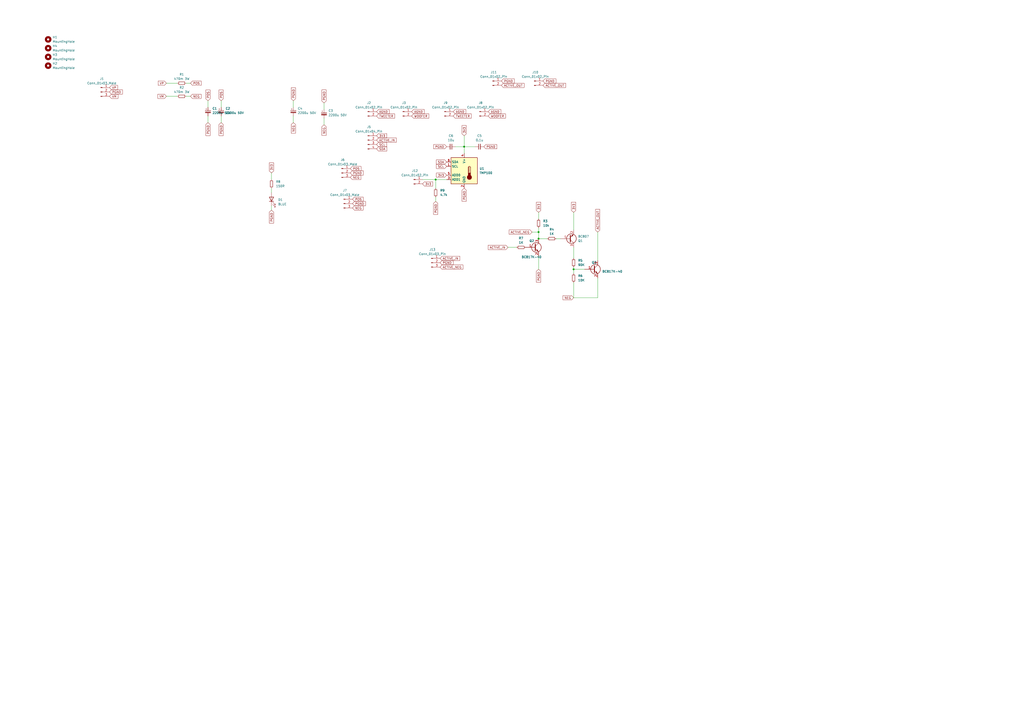
<source format=kicad_sch>
(kicad_sch (version 20231120) (generator "eeschema") (generator_version "8.0")
  (paper "A2")
  (lib_symbols
    (symbol "Connector:Conn_01x02_Pin" (pin_names (offset 1.016) hide)
      (property "Reference" "J" (at 0 2.54 0))
      (property "Value" "Conn_01x02_Pin" (at 0 -5.08 0))
      (symbol "Conn_01x02_Pin_1_1"
        (polyline (pts (xy 1.27 -2.54) (xy 0.8636 -2.54)) (stroke (width 0.1524)))
        (polyline (pts (xy 1.27 0) (xy 0.8636 0)) (stroke (width 0.1524)))
        (rectangle (start 0.8636 -2.413) (end 0 -2.667) (stroke (width 0.1524)) (fill (type outline)))
        (rectangle (start 0.8636 0.127) (end 0 -0.127) (stroke (width 0.1524)) (fill (type outline)))
        (pin passive line (at 5.08 0 180) (length 3.81) (name "Pin_1") (number "1"))
        (pin passive line (at 5.08 -2.54 180) (length 3.81) (name "Pin_2") (number "2"))
      )
    )
    (symbol "Connector:Conn_01x03_Male" (pin_names (offset 1.016) hide)
      (property "Reference" "J" (at 0 5.08 0))
      (property "Value" "Conn_01x03_Male" (at 0 -5.08 0))
      (symbol "Conn_01x03_Male_1_1"
        (polyline (pts (xy 1.27 -2.54) (xy 0.8636 -2.54)) (stroke (width 0.1524)))
        (polyline (pts (xy 1.27 0) (xy 0.8636 0)) (stroke (width 0.1524)))
        (polyline (pts (xy 1.27 2.54) (xy 0.8636 2.54)) (stroke (width 0.1524)))
        (rectangle (start 0.8636 -2.413) (end 0 -2.667) (stroke (width 0.1524)) (fill (type outline)))
        (rectangle (start 0.8636 0.127) (end 0 -0.127) (stroke (width 0.1524)) (fill (type outline)))
        (rectangle (start 0.8636 2.667) (end 0 2.413) (stroke (width 0.1524)) (fill (type outline)))
        (pin passive line (at 5.08 2.54 180) (length 3.81) (name "Pin_1") (number "1"))
        (pin passive line (at 5.08 0 180) (length 3.81) (name "Pin_2") (number "2"))
        (pin passive line (at 5.08 -2.54 180) (length 3.81) (name "Pin_3") (number "3"))
      )
    )
    (symbol "Connector:Conn_01x03_Pin" (pin_names (offset 1.016) hide)
      (property "Reference" "J" (at 0 5.08 0))
      (property "Value" "Conn_01x03_Pin" (at 0 -5.08 0))
      (symbol "Conn_01x03_Pin_1_1"
        (polyline (pts (xy 1.27 -2.54) (xy 0.8636 -2.54)) (stroke (width 0.1524)))
        (polyline (pts (xy 1.27 0) (xy 0.8636 0)) (stroke (width 0.1524)))
        (polyline (pts (xy 1.27 2.54) (xy 0.8636 2.54)) (stroke (width 0.1524)))
        (rectangle (start 0.8636 -2.413) (end 0 -2.667) (stroke (width 0.1524)) (fill (type outline)))
        (rectangle (start 0.8636 0.127) (end 0 -0.127) (stroke (width 0.1524)) (fill (type outline)))
        (rectangle (start 0.8636 2.667) (end 0 2.413) (stroke (width 0.1524)) (fill (type outline)))
        (pin passive line (at 5.08 2.54 180) (length 3.81) (name "Pin_1") (number "1"))
        (pin passive line (at 5.08 0 180) (length 3.81) (name "Pin_2") (number "2"))
        (pin passive line (at 5.08 -2.54 180) (length 3.81) (name "Pin_3") (number "3"))
      )
    )
    (symbol "Connector:Conn_01x04_Pin" (pin_names (offset 1.016) hide)
      (property "Reference" "J" (at 0 5.08 0))
      (property "Value" "Conn_01x04_Pin" (at 0 -7.62 0))
      (symbol "Conn_01x04_Pin_1_1"
        (polyline (pts (xy 1.27 -5.08) (xy 0.8636 -5.08)) (stroke (width 0.1524)))
        (polyline (pts (xy 1.27 -2.54) (xy 0.8636 -2.54)) (stroke (width 0.1524)))
        (polyline (pts (xy 1.27 0) (xy 0.8636 0)) (stroke (width 0.1524)))
        (polyline (pts (xy 1.27 2.54) (xy 0.8636 2.54)) (stroke (width 0.1524)))
        (rectangle (start 0.8636 -4.953) (end 0 -5.207) (stroke (width 0.1524)) (fill (type outline)))
        (rectangle (start 0.8636 -2.413) (end 0 -2.667) (stroke (width 0.1524)) (fill (type outline)))
        (rectangle (start 0.8636 0.127) (end 0 -0.127) (stroke (width 0.1524)) (fill (type outline)))
        (rectangle (start 0.8636 2.667) (end 0 2.413) (stroke (width 0.1524)) (fill (type outline)))
        (pin passive line (at 5.08 2.54 180) (length 3.81) (name "Pin_1") (number "1"))
        (pin passive line (at 5.08 0 180) (length 3.81) (name "Pin_2") (number "2"))
        (pin passive line (at 5.08 -2.54 180) (length 3.81) (name "Pin_3") (number "3"))
        (pin passive line (at 5.08 -5.08 180) (length 3.81) (name "Pin_4") (number "4"))
      )
    )
    (symbol "Device:C_Polarized_Small" (pin_numbers hide) (pin_names (offset 0.254) hide)
      (property "Reference" "C" (at 0.254 1.778 0))
      (property "Value" "C_Polarized_Small" (at 0.254 -2.032 0))
      (symbol "C_Polarized_Small_0_1"
        (rectangle (start -1.524 -0.3048) (end 1.524 -0.6858) (fill (type outline)))
        (rectangle (start -1.524 0.6858) (end 1.524 0.3048))
        (polyline (pts (xy -1.27 1.524) (xy -0.762 1.524)))
        (polyline (pts (xy -1.016 1.27) (xy -1.016 1.778)))
      )
      (symbol "C_Polarized_Small_1_1"
        (pin passive line (at 0 2.54 270) (length 1.8542) (name "~") (number "1"))
        (pin passive line (at 0 -2.54 90) (length 1.8542) (name "~") (number "2"))
      )
    )
    (symbol "Device:C_Small" (pin_numbers hide) (pin_names (offset 0.254) hide)
      (property "Reference" "C" (at 0.254 1.778 0))
      (property "Value" "C_Small" (at 0.254 -2.032 0))
      (symbol "C_Small_0_1"
        (polyline (pts (xy -1.524 -0.508) (xy 1.524 -0.508)) (stroke (width 0.3302)))
        (polyline (pts (xy -1.524 0.508) (xy 1.524 0.508)) (stroke (width 0.3048)))
      )
      (symbol "C_Small_1_1"
        (pin passive line (at 0 2.54 270) (length 2.032) (name "~") (number "1"))
        (pin passive line (at 0 -2.54 90) (length 2.032) (name "~") (number "2"))
      )
    )
    (symbol "Device:LED" (pin_numbers hide) (pin_names (offset 1.016) hide)
      (property "Reference" "D" (at 0 2.54 0))
      (property "Value" "LED" (at 0 -2.54 0))
      (symbol "LED_0_1"
        (polyline (pts (xy -1.27 -1.27) (xy -1.27 1.27)) (stroke (width 0.254)))
        (polyline (pts (xy -1.27 0) (xy 1.27 0)))
        (polyline (pts (xy 1.27 -1.27) (xy 1.27 1.27) (xy -1.27 0) (xy 1.27 -1.27)) (stroke (width 0.254)))
        (polyline (pts (xy -3.048 -0.762) (xy -4.572 -2.286) (xy -3.81 -2.286) (xy -4.572 -2.286) (xy -4.572 -1.524)))
        (polyline (pts (xy -1.778 -0.762) (xy -3.302 -2.286) (xy -2.54 -2.286) (xy -3.302 -2.286) (xy -3.302 -1.524)))
      )
      (symbol "LED_1_1"
        (pin passive line (at -3.81 0 0) (length 2.54) (name "K") (number "1"))
        (pin passive line (at 3.81 0 180) (length 2.54) (name "A") (number "2"))
      )
    )
    (symbol "Device:Q_PNP_BEC" (pin_names (offset 0) hide)
      (property "Reference" "Q" (at 5.08 1.27 0))
      (property "Value" "Q_PNP_BEC" (at 5.08 -1.27 0))
      (symbol "Q_PNP_BEC_0_1"
        (polyline (pts (xy 0.635 0.635) (xy 2.54 2.54)))
        (polyline (pts (xy 0.635 -0.635) (xy 2.54 -2.54) (xy 2.54 -2.54)))
        (polyline (pts (xy 0.635 1.905) (xy 0.635 -1.905) (xy 0.635 -1.905)) (stroke (width 0.508)))
        (polyline (pts (xy 2.286 -1.778) (xy 1.778 -2.286) (xy 1.27 -1.27) (xy 2.286 -1.778) (xy 2.286 -1.778)) (fill (type outline)))
        (circle (center 1.27 0) (radius 2.8194) (stroke (width 0.254)))
      )
      (symbol "Q_PNP_BEC_1_1"
        (pin input line (at -5.08 0 0) (length 5.715) (name "B") (number "1"))
        (pin passive line (at 2.54 -5.08 90) (length 2.54) (name "E") (number "2"))
        (pin passive line (at 2.54 5.08 270) (length 2.54) (name "C") (number "3"))
      )
    )
    (symbol "Device:R_Small" (pin_numbers hide) (pin_names (offset 0.254) hide)
      (property "Reference" "R" (at 0.762 0.508 0))
      (property "Value" "R_Small" (at 0.762 -1.016 0))
      (symbol "R_Small_0_1"
        (rectangle (start -0.762 1.778) (end 0.762 -1.778) (stroke (width 0.2032)))
      )
      (symbol "R_Small_1_1"
        (pin passive line (at 0 2.54 270) (length 0.762) (name "~") (number "1"))
        (pin passive line (at 0 -2.54 90) (length 0.762) (name "~") (number "2"))
      )
    )
    (symbol "Mechanical:MountingHole" (pin_names (offset 1.016))
      (property "Reference" "H" (at 0 5.08 0))
      (property "Value" "MountingHole" (at 0 3.175 0))
      (symbol "MountingHole_0_1"
        (circle (center 0 0) (radius 1.27) (stroke (width 1.27)))
      )
    )
    (symbol "Sensor_Temperature:TMP100"
      (property "Reference" "U" (at 10.16 6.35 0))
      (property "Value" "TMP100" (at 12.7 3.81 0))
      (symbol "TMP100_0_1"
        (rectangle (start -7.62 7.62) (end 7.62 -7.62) (stroke (width 0.254)) (fill (type background)))
      )
      (symbol "TMP100_1_1"
        (polyline (pts (xy 2.413 -0.635) (xy 3.048 -0.635)) (stroke (width 0.254)))
        (polyline (pts (xy 2.413 0) (xy 3.048 0)) (stroke (width 0.254)))
        (polyline (pts (xy 2.413 0.635) (xy 3.048 0.635)) (stroke (width 0.254)))
        (polyline (pts (xy 2.413 1.27) (xy 3.048 1.27)) (stroke (width 0.254)))
        (polyline (pts (xy 2.413 1.905) (xy 2.413 -1.27)) (stroke (width 0.254)))
        (polyline (pts (xy 2.413 1.905) (xy 3.048 1.905)) (stroke (width 0.254)))
        (polyline (pts (xy 3.683 1.905) (xy 3.683 -1.27)) (stroke (width 0.254)))
        (circle (center 3.048 -3.81) (radius 1.27) (stroke (width 0.254)) (fill (type outline)))
        (rectangle (start 3.683 -3.175) (end 2.413 -1.27) (stroke (width 0.254)) (fill (type outline)))
        (arc (start 3.683 1.905) (mid 3.048 2.5373) (end 2.413 1.905) (stroke (width 0.254)))
        (pin input line (at -10.16 2.54 0) (length 2.54) (name "SCL") (number "1"))
        (pin power_in line (at 0 -10.16 90) (length 2.54) (name "GND") (number "2"))
        (pin input line (at -10.16 -5.08 0) (length 2.54) (name "ADD1") (number "3"))
        (pin power_in line (at 0 10.16 270) (length 2.54) (name "V+") (number "4"))
        (pin input line (at -10.16 -2.54 0) (length 2.54) (name "ADD0") (number "5"))
        (pin bidirectional line (at -10.16 5.08 0) (length 2.54) (name "SDA") (number "6"))
      )
    )
    (symbol "Transistor_BJT:2N3055" (pin_names (offset 0) hide)
      (property "Reference" "Q" (at 5.08 1.905 0))
      (property "Value" "2N3055" (at 5.08 0 0))
      (symbol "2N3055_0_1"
        (polyline (pts (xy 0.635 0.635) (xy 2.54 2.54)))
        (polyline (pts (xy 0.635 -0.635) (xy 2.54 -2.54) (xy 2.54 -2.54)))
        (polyline (pts (xy 0.635 1.905) (xy 0.635 -1.905) (xy 0.635 -1.905)) (stroke (width 0.508)))
        (polyline (pts (xy 1.27 -1.778) (xy 1.778 -1.27) (xy 2.286 -2.286) (xy 1.27 -1.778) (xy 1.27 -1.778)) (fill (type outline)))
        (circle (center 1.27 0) (radius 2.8194) (stroke (width 0.254)))
      )
      (symbol "2N3055_1_1"
        (pin input line (at -5.08 0 0) (length 5.715) (name "B") (number "1"))
        (pin passive line (at 2.54 -5.08 90) (length 2.54) (name "E") (number "2"))
        (pin passive line (at 2.54 5.08 270) (length 2.54) (name "C") (number "3"))
      )
    )
  )
  (junction (at 312.42 138.43))
  (junction (at 312.42 134.62))
  (junction (at 332.74 156.21))
  (junction (at 252.73 104.14))
  (junction (at 269.24 85.09))
  (wire (pts (xy 102.87 48.26) (xy 96.52 48.26)))
  (wire (pts (xy 245.11 104.14) (xy 252.73 104.14)))
  (wire (pts (xy 110.49 55.88) (xy 107.95 55.88)))
  (wire (pts (xy 312.42 156.21) (xy 312.42 148.59)))
  (wire (pts (xy 128.27 58.42) (xy 128.27 62.23)))
  (wire (pts (xy 308.61 134.62) (xy 312.42 134.62)))
  (wire (pts (xy 312.42 134.62) (xy 312.42 138.43)))
  (wire (pts (xy 332.74 172.72) (xy 346.71 172.72)))
  (wire (pts (xy 102.87 55.88) (xy 96.52 55.88)))
  (wire (pts (xy 170.18 71.12) (xy 170.18 67.31)))
  (wire (pts (xy 120.65 71.12) (xy 120.65 67.31)))
  (wire (pts (xy 332.74 158.75) (xy 332.74 156.21)))
  (wire (pts (xy 170.18 58.42) (xy 170.18 62.23)))
  (wire (pts (xy 294.64 143.51) (xy 299.72 143.51)))
  (wire (pts (xy 187.96 72.39) (xy 187.96 68.58)))
  (wire (pts (xy 332.74 172.72) (xy 332.74 163.83)))
  (wire (pts (xy 269.24 85.09) (xy 275.59 85.09)))
  (wire (pts (xy 269.24 85.09) (xy 269.24 88.9)))
  (wire (pts (xy 187.96 59.69) (xy 187.96 63.5)))
  (wire (pts (xy 157.48 104.14) (xy 157.48 100.33)))
  (wire (pts (xy 312.42 132.08) (xy 312.42 134.62)))
  (wire (pts (xy 252.73 116.84) (xy 252.73 114.3)))
  (wire (pts (xy 332.74 143.51) (xy 332.74 149.86)))
  (wire (pts (xy 264.16 85.09) (xy 269.24 85.09)))
  (wire (pts (xy 120.65 58.42) (xy 120.65 62.23)))
  (wire (pts (xy 252.73 104.14) (xy 259.08 104.14)))
  (wire (pts (xy 312.42 123.19) (xy 312.42 127)))
  (wire (pts (xy 332.74 156.21) (xy 332.74 154.94)))
  (wire (pts (xy 332.74 123.19) (xy 332.74 133.35)))
  (wire (pts (xy 157.48 121.92) (xy 157.48 119.38)))
  (wire (pts (xy 157.48 111.76) (xy 157.48 109.22)))
  (wire (pts (xy 346.71 134.62) (xy 346.71 151.13)))
  (wire (pts (xy 269.24 78.74) (xy 269.24 85.09)))
  (wire (pts (xy 346.71 161.29) (xy 346.71 172.72)))
  (wire (pts (xy 252.73 109.22) (xy 252.73 104.14)))
  (wire (pts (xy 332.74 156.21) (xy 339.09 156.21)))
  (wire (pts (xy 312.42 138.43) (xy 317.5 138.43)))
  (wire (pts (xy 322.58 138.43) (xy 325.12 138.43)))
  (wire (pts (xy 128.27 71.12) (xy 128.27 67.31)))
  (wire (pts (xy 110.49 48.26) (xy 107.95 48.26)))
  (global_label "3V3" (shape input) (at 259.08 101.6 180) (property "Intersheetrefs" "${INTERSHEET_REFS}" (effects (hide yes))))
  (global_label "PGND" (shape input) (at 187.96 59.69 90) (property "Intersheetrefs" "${INTERSHEET_REFS}" (effects (hide yes))))
  (global_label "POS" (shape input) (at 203.2 97.79 0) (property "Intersheetrefs" "${INTERSHEET_REFS}" (effects (hide yes))))
  (global_label "3V3" (shape input) (at 332.74 123.19 90) (property "Intersheetrefs" "${INTERSHEET_REFS}" (effects (hide yes))))
  (global_label "PGND" (shape input) (at 128.27 71.12 270) (property "Intersheetrefs" "${INTERSHEET_REFS}" (effects (hide yes))))
  (global_label "PGND" (shape input) (at 269.24 109.22 270) (property "Intersheetrefs" "${INTERSHEET_REFS}" (effects (hide yes))))
  (global_label "POS" (shape input) (at 204.47 115.57 0) (property "Intersheetrefs" "${INTERSHEET_REFS}" (effects (hide yes))))
  (global_label "PGND" (shape input) (at 312.42 156.21 270) (property "Intersheetrefs" "${INTERSHEET_REFS}" (effects (hide yes))))
  (global_label "ACTIVE_OUT" (shape input) (at 290.83 49.53 0) (property "Intersheetrefs" "${INTERSHEET_REFS}" (effects (hide yes))))
  (global_label "NEG" (shape input) (at 204.47 120.65 0) (property "Intersheetrefs" "${INTERSHEET_REFS}" (effects (hide yes))))
  (global_label "PGND" (shape input) (at 259.08 85.09 180) (property "Intersheetrefs" "${INTERSHEET_REFS}" (effects (hide yes))))
  (global_label "3V3" (shape input) (at 157.48 100.33 90) (property "Intersheetrefs" "${INTERSHEET_REFS}" (effects (hide yes))))
  (global_label "PGND" (shape input) (at 170.18 58.42 90) (property "Intersheetrefs" "${INTERSHEET_REFS}" (effects (hide yes))))
  (global_label "ACTIVE_IN" (shape input) (at 218.44 81.28 0) (property "Intersheetrefs" "${INTERSHEET_REFS}" (effects (hide yes))))
  (global_label "PGND" (shape input) (at 157.48 121.92 270) (property "Intersheetrefs" "${INTERSHEET_REFS}" (effects (hide yes))))
  (global_label "NEG" (shape input) (at 110.49 55.88 0) (property "Intersheetrefs" "${INTERSHEET_REFS}" (effects (hide yes))))
  (global_label "AGND" (shape input) (at 283.21 64.77 0) (property "Intersheetrefs" "${INTERSHEET_REFS}" (effects (hide yes))))
  (global_label "ACTIVE_OUT" (shape input) (at 346.71 134.62 90) (property "Intersheetrefs" "${INTERSHEET_REFS}" (effects (hide yes))))
  (global_label "SDA" (shape input) (at 218.44 86.36 0) (property "Intersheetrefs" "${INTERSHEET_REFS}" (effects (hide yes))))
  (global_label "WOOFER" (shape input) (at 283.21 67.31 0) (property "Intersheetrefs" "${INTERSHEET_REFS}" (effects (hide yes))))
  (global_label "3V3" (shape input) (at 245.11 106.68 0) (property "Intersheetrefs" "${INTERSHEET_REFS}" (effects (hide yes))))
  (global_label "3V3" (shape input) (at 218.44 78.74 0) (property "Intersheetrefs" "${INTERSHEET_REFS}" (effects (hide yes))))
  (global_label "ACTIVE_NEG" (shape input) (at 255.27 154.94 0) (property "Intersheetrefs" "${INTERSHEET_REFS}" (effects (hide yes))))
  (global_label "ACTIVE_OUT" (shape input) (at 314.96 49.53 0) (property "Intersheetrefs" "${INTERSHEET_REFS}" (effects (hide yes))))
  (global_label "AGND" (shape input) (at 238.76 64.77 0) (property "Intersheetrefs" "${INTERSHEET_REFS}" (effects (hide yes))))
  (global_label "VP" (shape input) (at 96.52 48.26 180) (property "Intersheetrefs" "${INTERSHEET_REFS}" (effects (hide yes))))
  (global_label "SDA" (shape input) (at 259.08 93.98 180) (property "Intersheetrefs" "${INTERSHEET_REFS}" (effects (hide yes))))
  (global_label "NEG" (shape input) (at 170.18 71.12 270) (property "Intersheetrefs" "${INTERSHEET_REFS}" (effects (hide yes))))
  (global_label "VM" (shape input) (at 63.5 55.88 0) (property "Intersheetrefs" "${INTERSHEET_REFS}" (effects (hide yes))))
  (global_label "SCL" (shape input) (at 259.08 96.52 180) (property "Intersheetrefs" "${INTERSHEET_REFS}" (effects (hide yes))))
  (global_label "3V3" (shape input) (at 312.42 123.19 90) (property "Intersheetrefs" "${INTERSHEET_REFS}" (effects (hide yes))))
  (global_label "PGND" (shape input) (at 255.27 152.4 0) (property "Intersheetrefs" "${INTERSHEET_REFS}" (effects (hide yes))))
  (global_label "PGND" (shape input) (at 120.65 71.12 270) (property "Intersheetrefs" "${INTERSHEET_REFS}" (effects (hide yes))))
  (global_label "PGND" (shape input) (at 203.2 100.33 0) (property "Intersheetrefs" "${INTERSHEET_REFS}" (effects (hide yes))))
  (global_label "POS" (shape input) (at 110.49 48.26 0) (property "Intersheetrefs" "${INTERSHEET_REFS}" (effects (hide yes))))
  (global_label "POS" (shape input) (at 120.65 58.42 90) (property "Intersheetrefs" "${INTERSHEET_REFS}" (effects (hide yes))))
  (global_label "VP" (shape input) (at 63.5 50.8 0) (property "Intersheetrefs" "${INTERSHEET_REFS}" (effects (hide yes))))
  (global_label "PGND" (shape input) (at 280.67 85.09 0) (property "Intersheetrefs" "${INTERSHEET_REFS}" (effects (hide yes))))
  (global_label "SCL" (shape input) (at 218.44 83.82 0) (property "Intersheetrefs" "${INTERSHEET_REFS}" (effects (hide yes))))
  (global_label "PGND" (shape input) (at 204.47 118.11 0) (property "Intersheetrefs" "${INTERSHEET_REFS}" (effects (hide yes))))
  (global_label "NEG" (shape input) (at 187.96 72.39 270) (property "Intersheetrefs" "${INTERSHEET_REFS}" (effects (hide yes))))
  (global_label "ACTIVE_IN" (shape input) (at 294.64 143.51 180) (property "Intersheetrefs" "${INTERSHEET_REFS}" (effects (hide yes))))
  (global_label "PGND" (shape input) (at 252.73 116.84 270) (property "Intersheetrefs" "${INTERSHEET_REFS}" (effects (hide yes))))
  (global_label "TWEETER" (shape input) (at 262.89 67.31 0) (property "Intersheetrefs" "${INTERSHEET_REFS}" (effects (hide yes))))
  (global_label "AGND" (shape input) (at 218.44 64.77 0) (property "Intersheetrefs" "${INTERSHEET_REFS}" (effects (hide yes))))
  (global_label "VM" (shape input) (at 96.52 55.88 180) (property "Intersheetrefs" "${INTERSHEET_REFS}" (effects (hide yes))))
  (global_label "PGND" (shape input) (at 290.83 46.99 0) (property "Intersheetrefs" "${INTERSHEET_REFS}" (effects (hide yes))))
  (global_label "WOOFER" (shape input) (at 238.76 67.31 0) (property "Intersheetrefs" "${INTERSHEET_REFS}" (effects (hide yes))))
  (global_label "AGND" (shape input) (at 262.89 64.77 0) (property "Intersheetrefs" "${INTERSHEET_REFS}" (effects (hide yes))))
  (global_label "TWEETER" (shape input) (at 218.44 67.31 0) (property "Intersheetrefs" "${INTERSHEET_REFS}" (effects (hide yes))))
  (global_label "ACTIVE_NEG" (shape input) (at 308.61 134.62 180) (property "Intersheetrefs" "${INTERSHEET_REFS}" (effects (hide yes))))
  (global_label "PGND" (shape input) (at 314.96 46.99 0) (property "Intersheetrefs" "${INTERSHEET_REFS}" (effects (hide yes))))
  (global_label "POS" (shape input) (at 128.27 58.42 90) (property "Intersheetrefs" "${INTERSHEET_REFS}" (effects (hide yes))))
  (global_label "PGND" (shape input) (at 63.5 53.34 0) (property "Intersheetrefs" "${INTERSHEET_REFS}" (effects (hide yes))))
  (global_label "3V3" (shape input) (at 269.24 78.74 90) (property "Intersheetrefs" "${INTERSHEET_REFS}" (effects (hide yes))))
  (global_label "NEG" (shape input) (at 332.74 172.72 180) (property "Intersheetrefs" "${INTERSHEET_REFS}" (effects (hide yes))))
  (global_label "NEG" (shape input) (at 203.2 102.87 0) (property "Intersheetrefs" "${INTERSHEET_REFS}" (effects (hide yes))))
  (global_label "ACTIVE_IN" (shape input) (at 255.27 149.86 0) (property "Intersheetrefs" "${INTERSHEET_REFS}" (effects (hide yes))))
  (symbol (lib_id "Device:C_Polarized_Small") (at 120.65 64.77 0) (unit 1)
    (property "Reference" "C1" (at 123.19 62.9538 0) (effects (justify left)))
    (property "Value" "2200u 50V" (at 123.19 65.4938 0) (effects (justify left)))
    (property "Footprint" "Capacitor_THT:CP_Radial_D16.0mm_P7.50mm" (effects (hide yes)))
    (property "Description" "Polarized capacitor, small symbol" (effects (hide yes)))
    (property "Mouser" " 80-ESH228M050AM3AA " (effects (hide yes)))
  )
  (symbol (lib_id "Connector:Conn_01x02_Pin") (at 278.13 64.77 0) (unit 1)
    (property "Reference" "J8" (at 278.765 59.69 0))
    (property "Value" "Conn_01x02_Pin" (at 278.765 62.23 0))
    (property "Footprint" "Connector_JST:JST_PH_B2B-PH-K_1x02_P2.00mm_Vertical" (effects (hide yes)))
    (property "Description" "Generic connector, single row, 01x02, script generated" (effects (hide yes)))
  )
  (symbol (lib_id "Connector:Conn_01x02_Pin") (at 233.68 64.77 0) (unit 1)
    (property "Reference" "J3" (at 234.315 59.69 0))
    (property "Value" "Conn_01x02_Pin" (at 234.315 62.23 0))
    (property "Footprint" "Connector_JST:JST_PH_B2B-PH-K_1x02_P2.00mm_Vertical" (effects (hide yes)))
    (property "Description" "Generic connector, single row, 01x02, script generated" (effects (hide yes)))
  )
  (symbol (lib_id "Device:R_Small") (at 332.74 152.4 180) (unit 1)
    (property "Reference" "R5" (at 335.28 151.1299 0) (effects (justify right)))
    (property "Value" "90K" (at 335.28 153.6699 0) (effects (justify right)))
    (property "Footprint" "Resistor_SMD:R_0603_1608Metric_Pad0.98x0.95mm_HandSolder" (effects (hide yes)))
  )
  (symbol (lib_id "Connector:Conn_01x03_Male") (at 58.42 53.34 0) (unit 1)
    (property "Reference" "J1" (at 59.055 45.72 0))
    (property "Value" "Conn_01x03_Male" (at 59.055 48.26 0))
    (property "Footprint" "Connector_JST:JST_VH_B3P-VH-B_1x03_P3.96mm_Vertical" (effects (hide yes)))
  )
  (symbol (lib_id "Mechanical:MountingHole") (at 27.94 27.94 0) (unit 1)
    (property "Reference" "H4" (at 30.48 26.6699 0) (effects (justify left)))
    (property "Value" "MountingHole" (at 30.48 29.2099 0) (effects (justify left)))
    (property "Footprint" "MountingHole:MountingHole_3.2mm_M3_DIN965_Pad_TopOnly" (effects (hide yes)))
  )
  (symbol (lib_id "Connector:Conn_01x02_Pin") (at 309.88 46.99 0) (unit 1)
    (property "Reference" "J10" (at 310.515 41.91 0))
    (property "Value" "Conn_01x02_Pin" (at 310.515 44.45 0))
    (property "Footprint" "Connector_JST:JST_PH_B2B-PH-K_1x02_P2.00mm_Vertical" (effects (hide yes)))
    (property "Description" "Generic connector, single row, 01x02, script generated" (effects (hide yes)))
  )
  (symbol (lib_id "Device:LED") (at 157.48 115.57 90) (unit 1)
    (property "Reference" "D1" (at 161.29 115.8874 90) (effects (justify right)))
    (property "Value" "BLUE" (at 161.29 118.4274 90) (effects (justify right)))
    (property "Footprint" "LED_SMD:LED_0603_1608Metric_Pad1.05x0.95mm_HandSolder" (effects (hide yes)))
    (property "Description" "Light emitting diode" (effects (hide yes)))
  )
  (symbol (lib_id "Connector:Conn_01x02_Pin") (at 213.36 64.77 0) (unit 1)
    (property "Reference" "J2" (at 213.995 59.69 0))
    (property "Value" "Conn_01x02_Pin" (at 213.995 62.23 0))
    (property "Footprint" "Connector_JST:JST_PH_B2B-PH-K_1x02_P2.00mm_Vertical" (effects (hide yes)))
    (property "Description" "Generic connector, single row, 01x02, script generated" (effects (hide yes)))
  )
  (symbol (lib_id "Device:R_Small") (at 105.41 48.26 90) (unit 1)
    (property "Reference" "R1" (at 105.41 43.18 90))
    (property "Value" "470m 3W" (at 105.41 45.72 90))
    (property "Footprint" "Resistor_SMD:R_1218_3246Metric_Pad1.22x4.75mm_HandSolder" (effects (hide yes)))
    (property "Description" "Resistor, small symbol" (effects (hide yes)))
    (property "Mouser" "RLW73PA3FR47TDF" (effects (hide yes)))
  )
  (symbol (lib_id "Connector:Conn_01x02_Pin") (at 257.81 64.77 0) (unit 1)
    (property "Reference" "J9" (at 258.445 59.69 0))
    (property "Value" "Conn_01x02_Pin" (at 258.445 62.23 0))
    (property "Footprint" "Connector_JST:JST_PH_B2B-PH-K_1x02_P2.00mm_Vertical" (effects (hide yes)))
    (property "Description" "Generic connector, single row, 01x02, script generated" (effects (hide yes)))
  )
  (symbol (lib_id "Connector:Conn_01x03_Pin") (at 250.19 152.4 0) (unit 1)
    (property "Reference" "J13" (at 250.825 144.78 0))
    (property "Value" "Conn_01x03_Pin" (at 250.825 147.32 0))
    (property "Footprint" "Connector_JST:JST_PH_B3B-PH-K_1x03_P2.00mm_Vertical" (effects (hide yes)))
    (property "Description" "Generic connector, single row, 01x03, script generated" (effects (hide yes)))
  )
  (symbol (lib_id "Device:R_Small") (at 252.73 111.76 0) (unit 1)
    (property "Reference" "R9" (at 255.27 110.4899 0) (effects (justify left)))
    (property "Value" "4.7k" (at 255.27 113.0299 0) (effects (justify left)))
    (property "Footprint" "Resistor_SMD:R_0603_1608Metric_Pad0.98x0.95mm_HandSolder" (effects (hide yes)))
  )
  (symbol (lib_id "Device:R_Small") (at 320.04 138.43 90) (unit 1)
    (property "Reference" "R4" (at 320.04 133.096 90))
    (property "Value" "1K" (at 320.04 135.636 90))
    (property "Footprint" "Resistor_SMD:R_0603_1608Metric_Pad0.98x0.95mm_HandSolder" (effects (hide yes)))
  )
  (symbol (lib_id "Transistor_BJT:2N3055") (at 309.88 143.51 0) (unit 1)
    (property "Reference" "Q2" (at 307.086 139.7 0) (effects (justify left)))
    (property "Value" "BC817K-40" (at 302.514 149.098 0) (effects (justify left)))
    (property "Footprint" "Package_TO_SOT_SMD:TSOT-23" (effects (hide yes)))
    (property "Datasheet" "http://www.onsemi.com/pub_link/Collateral/2N3055-D.PDF" (effects (hide yes)))
    (property "Mouser" "637-BC817K-40" (effects (hide yes)))
  )
  (symbol (lib_id "Device:Q_PNP_BEC") (at 330.2 138.43 0) (mirror x) (unit 1)
    (property "Reference" "Q1" (at 335.28 139.7001 0) (effects (justify left)))
    (property "Value" "BC807" (at 335.28 137.1601 0) (effects (justify left)))
    (property "Footprint" "Package_TO_SOT_SMD:TSOT-23" (effects (hide yes)))
    (property "Description" "PNP transistor, base/emitter/collector" (effects (hide yes)))
    (property "Mouser" "637-BC807-16" (effects (hide yes)))
  )
  (symbol (lib_id "Device:C_Small") (at 261.62 85.09 270) (unit 1)
    (property "Reference" "C6" (at 261.6136 78.74 90))
    (property "Value" "10u" (at 261.6136 81.28 90))
    (property "Footprint" "Capacitor_SMD:C_1206_3216Metric_Pad1.33x1.80mm_HandSolder" (effects (hide yes)))
    (property "Description" "Unpolarized capacitor, small symbol" (effects (hide yes)))
  )
  (symbol (lib_id "Connector:Conn_01x03_Male") (at 199.39 118.11 0) (unit 1)
    (property "Reference" "J7" (at 200.025 110.49 0))
    (property "Value" "Conn_01x03_Male" (at 200.025 113.03 0))
    (property "Footprint" "Connector_JST:JST_VH_B3P-VH-B_1x03_P3.96mm_Vertical" (effects (hide yes)))
  )
  (symbol (lib_id "Device:R_Small") (at 157.48 106.68 180) (unit 1)
    (property "Reference" "R8" (at 160.02 105.4099 0) (effects (justify right)))
    (property "Value" "150R" (at 160.02 107.9499 0) (effects (justify right)))
    (property "Footprint" "Resistor_SMD:R_0603_1608Metric_Pad0.98x0.95mm_HandSolder" (effects (hide yes)))
  )
  (symbol (lib_id "Mechanical:MountingHole") (at 27.94 33.02 0) (unit 1)
    (property "Reference" "H3" (at 30.48 31.7499 0) (effects (justify left)))
    (property "Value" "MountingHole" (at 30.48 34.2899 0) (effects (justify left)))
    (property "Footprint" "MountingHole:MountingHole_3.2mm_M3_DIN965_Pad_TopOnly" (effects (hide yes)))
  )
  (symbol (lib_id "Device:R_Small") (at 302.26 143.51 90) (unit 1)
    (property "Reference" "R7" (at 302.26 138.176 90))
    (property "Value" "1K" (at 302.26 140.716 90))
    (property "Footprint" "Resistor_SMD:R_0603_1608Metric_Pad0.98x0.95mm_HandSolder" (effects (hide yes)))
  )
  (symbol (lib_id "Mechanical:MountingHole") (at 27.94 22.86 0) (unit 1)
    (property "Reference" "H1" (at 30.48 21.5899 0) (effects (justify left)))
    (property "Value" "MountingHole" (at 30.48 24.1299 0) (effects (justify left)))
    (property "Footprint" "MountingHole:MountingHole_3.2mm_M3_DIN965_Pad_TopOnly" (effects (hide yes)))
  )
  (symbol (lib_id "Device:R_Small") (at 312.42 129.54 180) (unit 1)
    (property "Reference" "R3" (at 314.96 128.2699 0) (effects (justify right)))
    (property "Value" "10k" (at 314.96 130.8099 0) (effects (justify right)))
    (property "Footprint" "Resistor_SMD:R_0603_1608Metric_Pad0.98x0.95mm_HandSolder" (effects (hide yes)))
  )
  (symbol (lib_id "Device:R_Small") (at 105.41 55.88 90) (unit 1)
    (property "Reference" "R2" (at 105.41 50.8 90))
    (property "Value" "470m 3W" (at 105.41 53.34 90))
    (property "Footprint" "Resistor_SMD:R_1218_3246Metric_Pad1.22x4.75mm_HandSolder" (effects (hide yes)))
    (property "Description" "Resistor, small symbol" (effects (hide yes)))
    (property "Mouser" "RLW73PA3FR47TDF" (effects (hide yes)))
  )
  (symbol (lib_id "Connector:Conn_01x03_Male") (at 198.12 100.33 0) (unit 1)
    (property "Reference" "J6" (at 198.755 92.71 0))
    (property "Value" "Conn_01x03_Male" (at 198.755 95.25 0))
    (property "Footprint" "Connector_JST:JST_VH_B3P-VH-B_1x03_P3.96mm_Vertical" (effects (hide yes)))
  )
  (symbol (lib_id "Device:C_Polarized_Small") (at 187.96 66.04 0) (unit 1)
    (property "Reference" "C3" (at 190.5 64.2238 0) (effects (justify left)))
    (property "Value" "2200u 50V" (at 190.5 66.7638 0) (effects (justify left)))
    (property "Footprint" "Capacitor_THT:CP_Radial_D16.0mm_P7.50mm" (effects (hide yes)))
    (property "Description" "Polarized capacitor, small symbol" (effects (hide yes)))
    (property "Mouser" " 80-ESH228M050AM3AA " (effects (hide yes)))
  )
  (symbol (lib_id "Connector:Conn_01x04_Pin") (at 213.36 81.28 0) (unit 1)
    (property "Reference" "J5" (at 213.995 73.66 0))
    (property "Value" "Conn_01x04_Pin" (at 213.995 76.2 0))
    (property "Footprint" "Connector_JST:JST_PH_B4B-PH-K_1x04_P2.00mm_Vertical" (effects (hide yes)))
    (property "Description" "Generic connector, single row, 01x04, script generated" (effects (hide yes)))
  )
  (symbol (lib_id "Device:R_Small") (at 332.74 161.29 180) (unit 1)
    (property "Reference" "R6" (at 335.28 160.0199 0) (effects (justify right)))
    (property "Value" "10K" (at 335.28 162.5599 0) (effects (justify right)))
    (property "Footprint" "Resistor_SMD:R_0603_1608Metric_Pad0.98x0.95mm_HandSolder" (effects (hide yes)))
  )
  (symbol (lib_id "Connector:Conn_01x02_Pin") (at 285.75 46.99 0) (unit 1)
    (property "Reference" "J11" (at 286.385 41.91 0))
    (property "Value" "Conn_01x02_Pin" (at 286.385 44.45 0))
    (property "Footprint" "Connector_JST:JST_PH_B2B-PH-K_1x02_P2.00mm_Vertical" (effects (hide yes)))
    (property "Description" "Generic connector, single row, 01x02, script generated" (effects (hide yes)))
  )
  (symbol (lib_id "Mechanical:MountingHole") (at 27.94 38.1 0) (unit 1)
    (property "Reference" "H2" (at 30.48 36.8299 0) (effects (justify left)))
    (property "Value" "MountingHole" (at 30.48 39.3699 0) (effects (justify left)))
    (property "Footprint" "MountingHole:MountingHole_3.2mm_M3_DIN965_Pad_TopOnly" (effects (hide yes)))
  )
  (symbol (lib_id "Sensor_Temperature:TMP100") (at 269.24 99.06 0) (unit 1)
    (property "Reference" "U1" (at 278.13 97.7899 0) (effects (justify left)))
    (property "Value" "TMP100" (at 278.13 100.3299 0) (effects (justify left)))
    (property "Footprint" "Package_TO_SOT_SMD:SOT-23-6" (effects (hide yes)))
    (property "Datasheet" "http://www.ti.com/lit/gpn/tmp100" (effects (hide yes)))
    (property "Description" "Temperature Sensor with I2C/SMBus Interface, SOT-23-6" (effects (hide yes)))
  )
  (symbol (lib_id "Connector:Conn_01x02_Pin") (at 240.03 104.14 0) (unit 1)
    (property "Reference" "J12" (at 240.665 99.06 0))
    (property "Value" "Conn_01x02_Pin" (at 240.665 101.6 0))
    (property "Footprint" "Connector_PinHeader_2.54mm:PinHeader_1x02_P2.54mm_Vertical" (effects (hide yes)))
    (property "Description" "Generic connector, single row, 01x02, script generated" (effects (hide yes)))
  )
  (symbol (lib_id "Transistor_BJT:2N3055") (at 344.17 156.21 0) (unit 1)
    (property "Reference" "Q3" (at 343.281 152.273 0) (effects (justify left)))
    (property "Value" "BC817K-40" (at 349.377 157.4799 0) (effects (justify left)))
    (property "Footprint" "Package_TO_SOT_SMD:TSOT-23" (effects (hide yes)))
    (property "Datasheet" "http://www.onsemi.com/pub_link/Collateral/2N3055-D.PDF" (effects (hide yes)))
    (property "Mouser" "637-BC817K-40" (effects (hide yes)))
  )
  (symbol (lib_id "Device:C_Polarized_Small") (at 170.18 64.77 0) (unit 1)
    (property "Reference" "C4" (at 172.72 62.9538 0) (effects (justify left)))
    (property "Value" "2200u 50V" (at 172.72 65.4938 0) (effects (justify left)))
    (property "Footprint" "Capacitor_THT:CP_Radial_D16.0mm_P7.50mm" (effects (hide yes)))
    (property "Description" "Polarized capacitor, small symbol" (effects (hide yes)))
    (property "Mouser" " 80-ESH228M050AM3AA " (effects (hide yes)))
  )
  (symbol (lib_id "Device:C_Small") (at 278.13 85.09 90) (unit 1)
    (property "Reference" "C5" (at 278.1363 78.74 90))
    (property "Value" "0.1u" (at 278.1363 81.28 90))
    (property "Footprint" "Capacitor_SMD:C_0805_2012Metric_Pad1.18x1.45mm_HandSolder" (effects (hide yes)))
    (property "Description" "Unpolarized capacitor, small symbol" (effects (hide yes)))
  )
  (symbol (lib_id "Device:C_Polarized_Small") (at 128.27 64.77 0) (unit 1)
    (property "Reference" "C2" (at 130.81 62.9538 0) (effects (justify left)))
    (property "Value" "2200u 50V" (at 130.81 65.4938 0) (effects (justify left)))
    (property "Footprint" "Capacitor_THT:CP_Radial_D16.0mm_P7.50mm" (effects (hide yes)))
    (property "Description" "Polarized capacitor, small symbol" (effects (hide yes)))
    (property "Mouser" " 80-ESH228M050AM3AA " (effects (hide yes)))
  )
)
</source>
